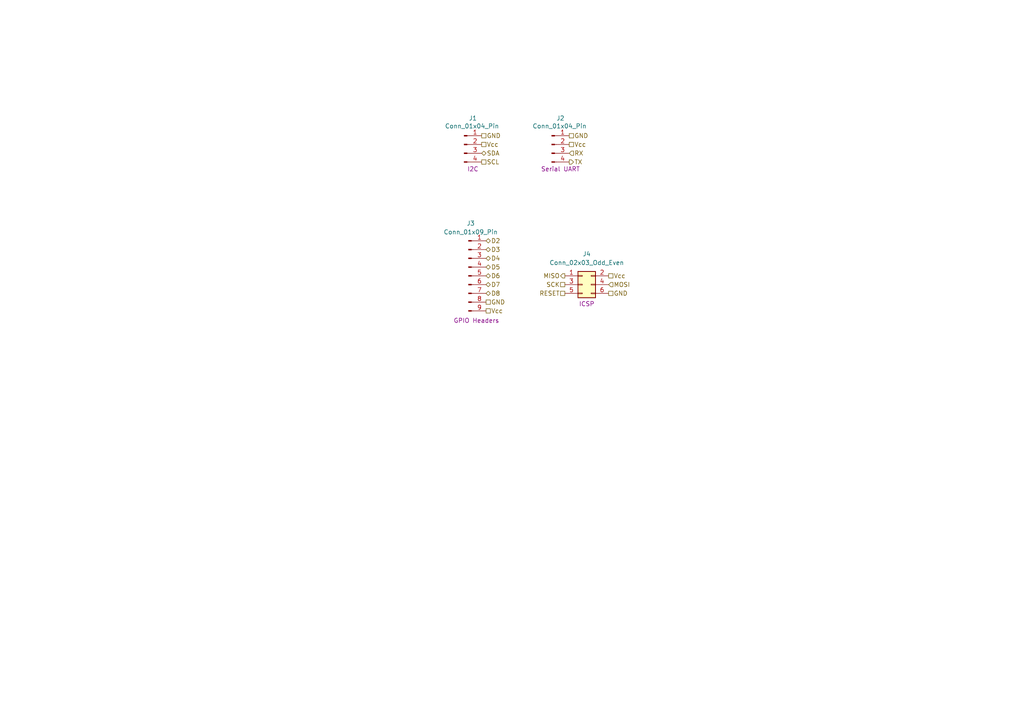
<source format=kicad_sch>
(kicad_sch (version 20250114) (generator "eeschema") (generator_version "9.0")
  (paper "A4")
  (lib_symbols
    (symbol "Connector:Conn_01x04_Pin" (pin_names (offset 1.016) (hide yes))
      (property "Reference" "J" (at 0 5.08 0))
      (property "Value" "Conn_01x04_Pin" (at 0 -7.62 0))
      (symbol "Conn_01x04_Pin_1_1"
        (rectangle (start 0.8636 2.667) (end 0 2.413) (stroke (width 0.1524)) (fill (type outline)))
        (rectangle (start 0.8636 0.127) (end 0 -0.127) (stroke (width 0.1524)) (fill (type outline)))
        (rectangle (start 0.8636 -2.413) (end 0 -2.667) (stroke (width 0.1524)) (fill (type outline)))
        (rectangle (start 0.8636 -4.953) (end 0 -5.207) (stroke (width 0.1524)) (fill (type outline)))
        (polyline (pts (xy 1.27 2.54) (xy 0.8636 2.54)) (stroke (width 0.1524)))
        (polyline (pts (xy 1.27 0) (xy 0.8636 0)) (stroke (width 0.1524)))
        (polyline (pts (xy 1.27 -2.54) (xy 0.8636 -2.54)) (stroke (width 0.1524)))
        (polyline (pts (xy 1.27 -5.08) (xy 0.8636 -5.08)) (stroke (width 0.1524)))
        (pin passive line (at 5.08 2.54 180) (length 3.81) (name "Pin_1") (number "1"))
        (pin passive line (at 5.08 0 180) (length 3.81) (name "Pin_2") (number "2"))
        (pin passive line (at 5.08 -2.54 180) (length 3.81) (name "Pin_3") (number "3"))
        (pin passive line (at 5.08 -5.08 180) (length 3.81) (name "Pin_4") (number "4"))
      )
    )
    (symbol "Connector:Conn_01x09_Pin" (pin_names (offset 1.016) (hide yes))
      (property "Reference" "J" (at 0 12.7 0))
      (property "Value" "Conn_01x09_Pin" (at 0 -12.7 0))
      (symbol "Conn_01x09_Pin_1_1"
        (rectangle (start 0.8636 10.287) (end 0 10.033) (stroke (width 0.1524)) (fill (type outline)))
        (rectangle (start 0.8636 7.747) (end 0 7.493) (stroke (width 0.1524)) (fill (type outline)))
        (rectangle (start 0.8636 5.207) (end 0 4.953) (stroke (width 0.1524)) (fill (type outline)))
        (rectangle (start 0.8636 2.667) (end 0 2.413) (stroke (width 0.1524)) (fill (type outline)))
        (rectangle (start 0.8636 0.127) (end 0 -0.127) (stroke (width 0.1524)) (fill (type outline)))
        (rectangle (start 0.8636 -2.413) (end 0 -2.667) (stroke (width 0.1524)) (fill (type outline)))
        (rectangle (start 0.8636 -4.953) (end 0 -5.207) (stroke (width 0.1524)) (fill (type outline)))
        (rectangle (start 0.8636 -7.493) (end 0 -7.747) (stroke (width 0.1524)) (fill (type outline)))
        (rectangle (start 0.8636 -10.033) (end 0 -10.287) (stroke (width 0.1524)) (fill (type outline)))
        (polyline (pts (xy 1.27 10.16) (xy 0.8636 10.16)) (stroke (width 0.1524)))
        (polyline (pts (xy 1.27 7.62) (xy 0.8636 7.62)) (stroke (width 0.1524)))
        (polyline (pts (xy 1.27 5.08) (xy 0.8636 5.08)) (stroke (width 0.1524)))
        (polyline (pts (xy 1.27 2.54) (xy 0.8636 2.54)) (stroke (width 0.1524)))
        (polyline (pts (xy 1.27 0) (xy 0.8636 0)) (stroke (width 0.1524)))
        (polyline (pts (xy 1.27 -2.54) (xy 0.8636 -2.54)) (stroke (width 0.1524)))
        (polyline (pts (xy 1.27 -5.08) (xy 0.8636 -5.08)) (stroke (width 0.1524)))
        (polyline (pts (xy 1.27 -7.62) (xy 0.8636 -7.62)) (stroke (width 0.1524)))
        (polyline (pts (xy 1.27 -10.16) (xy 0.8636 -10.16)) (stroke (width 0.1524)))
        (pin passive line (at 5.08 10.16 180) (length 3.81) (name "Pin_1") (number "1"))
        (pin passive line (at 5.08 7.62 180) (length 3.81) (name "Pin_2") (number "2"))
        (pin passive line (at 5.08 5.08 180) (length 3.81) (name "Pin_3") (number "3"))
        (pin passive line (at 5.08 2.54 180) (length 3.81) (name "Pin_4") (number "4"))
        (pin passive line (at 5.08 0 180) (length 3.81) (name "Pin_5") (number "5"))
        (pin passive line (at 5.08 -2.54 180) (length 3.81) (name "Pin_6") (number "6"))
        (pin passive line (at 5.08 -5.08 180) (length 3.81) (name "Pin_7") (number "7"))
        (pin passive line (at 5.08 -7.62 180) (length 3.81) (name "Pin_8") (number "8"))
        (pin passive line (at 5.08 -10.16 180) (length 3.81) (name "Pin_9") (number "9"))
      )
    )
    (symbol "Connector_Generic:Conn_02x03_Odd_Even" (pin_names (offset 1.016) (hide yes))
      (property "Reference" "J" (at 1.27 5.08 0))
      (property "Value" "Conn_02x03_Odd_Even" (at 1.27 -5.08 0))
      (symbol "Conn_02x03_Odd_Even_1_1"
        (rectangle (start -1.27 3.81) (end 3.81 -3.81) (stroke (width 0.254)) (fill (type background)))
        (rectangle (start -1.27 2.667) (end 0 2.413) (stroke (width 0.1524)))
        (rectangle (start -1.27 0.127) (end 0 -0.127) (stroke (width 0.1524)))
        (rectangle (start -1.27 -2.413) (end 0 -2.667) (stroke (width 0.1524)))
        (rectangle (start 3.81 2.667) (end 2.54 2.413) (stroke (width 0.1524)))
        (rectangle (start 3.81 0.127) (end 2.54 -0.127) (stroke (width 0.1524)))
        (rectangle (start 3.81 -2.413) (end 2.54 -2.667) (stroke (width 0.1524)))
        (pin passive line (at -5.08 2.54 0) (length 3.81) (name "Pin_1") (number "1"))
        (pin passive line (at -5.08 0 0) (length 3.81) (name "Pin_3") (number "3"))
        (pin passive line (at -5.08 -2.54 0) (length 3.81) (name "Pin_5") (number "5"))
        (pin passive line (at 7.62 2.54 180) (length 3.81) (name "Pin_2") (number "2"))
        (pin passive line (at 7.62 0 180) (length 3.81) (name "Pin_4") (number "4"))
        (pin passive line (at 7.62 -2.54 180) (length 3.81) (name "Pin_6") (number "6"))
      )
    )
  )
  (hierarchical_label "Vcc" (shape passive) (at 140.97 90.17 0))
  (hierarchical_label "D7" (shape bidirectional) (at 140.97 82.55 0))
  (hierarchical_label "SCK" (shape passive) (at 163.83 82.55 180))
  (hierarchical_label "D5" (shape bidirectional) (at 140.97 77.47 0))
  (hierarchical_label "RX" (shape input) (at 165.1 44.45 0))
  (hierarchical_label "D2" (shape bidirectional) (at 140.97 69.85 0))
  (hierarchical_label "SDA" (shape bidirectional) (at 139.7 44.45 0))
  (hierarchical_label "Vcc" (shape passive) (at 139.7 41.91 0))
  (hierarchical_label "D3" (shape bidirectional) (at 140.97 72.39 0))
  (hierarchical_label "TX" (shape output) (at 165.1 46.99 0))
  (hierarchical_label "MISO" (shape output) (at 163.83 80.01 180))
  (hierarchical_label "RESET" (shape passive) (at 163.83 85.09 180))
  (hierarchical_label "MOSI" (shape input) (at 176.53 82.55 0))
  (hierarchical_label "D8" (shape bidirectional) (at 140.97 85.09 0))
  (hierarchical_label "D6" (shape bidirectional) (at 140.97 80.01 0))
  (hierarchical_label "GND" (shape passive) (at 165.1 39.37 0))
  (hierarchical_label "Vcc" (shape passive) (at 165.1 41.91 0))
  (hierarchical_label "SCL" (shape passive) (at 139.7 46.99 0))
  (hierarchical_label "GND" (shape passive) (at 176.53 85.09 0))
  (hierarchical_label "Vcc" (shape passive) (at 176.53 80.01 0))
  (hierarchical_label "GND" (shape passive) (at 140.97 87.63 0))
  (hierarchical_label "D4" (shape bidirectional) (at 140.97 74.93 0))
  (hierarchical_label "GND" (shape passive) (at 139.7 39.37 0))
  (symbol (lib_id "Connector:Conn_01x04_Pin") (at 160.02 41.91 0) (unit 1)
    (property "Reference" "J2" (at 162.56 34.29 0))
    (property "Value" "Conn_01x04_Pin" (at 162.306 36.576 0))
    (property "Footprint" "Connector_PinHeader_2.54mm:PinHeader_1x04_P2.54mm_Vertical" (effects (hide yes)))
    (property "Description" "Generic connector, single row, 01x04, script generated" (effects (hide yes)))
    (property "Purpose" "Serial UART" (at 162.56 49.022 0))
  )
  (symbol (lib_id "Connector:Conn_01x09_Pin") (at 135.89 80.01 0) (unit 1)
    (property "Reference" "J3" (at 136.525 64.77 0))
    (property "Value" "Conn_01x09_Pin" (at 136.525 67.31 0))
    (property "Footprint" "Connector_PinHeader_2.54mm:PinHeader_1x09_P2.54mm_Vertical" (effects (hide yes)))
    (property "Description" "Generic connector, single row, 01x09, script generated" (effects (hide yes)))
    (property "Purpose" "GPIO Headers" (at 138.176 92.964 0))
  )
  (symbol (lib_id "Connector_Generic:Conn_02x03_Odd_Even") (at 168.91 82.55 0) (unit 1)
    (property "Reference" "J4" (at 170.18 73.66 0))
    (property "Value" "Conn_02x03_Odd_Even" (at 170.18 76.2 0))
    (property "Footprint" "Connector_PinHeader_2.54mm:PinHeader_2x03_P2.54mm_Vertical" (effects (hide yes)))
    (property "Description" "Generic connector, double row, 02x03, odd/even pin numbering scheme (row 1 odd numbers, row 2 even numbers), script generated (kicad-library-utils/schlib/autogen/connector/)" (effects (hide yes)))
    (property "Purpose" "ICSP" (at 170.18 88.138 0))
  )
  (symbol (lib_id "Connector:Conn_01x04_Pin") (at 134.62 41.91 0) (unit 1)
    (property "Reference" "J1" (at 137.16 34.29 0))
    (property "Value" "Conn_01x04_Pin" (at 136.906 36.576 0))
    (property "Footprint" "Connector_PinHeader_2.54mm:PinHeader_1x04_P2.54mm_Vertical" (effects (hide yes)))
    (property "Description" "Generic connector, single row, 01x04, script generated" (effects (hide yes)))
    (property "Purpose" "I2C" (at 137.16 49.022 0))
  )
)
</source>
